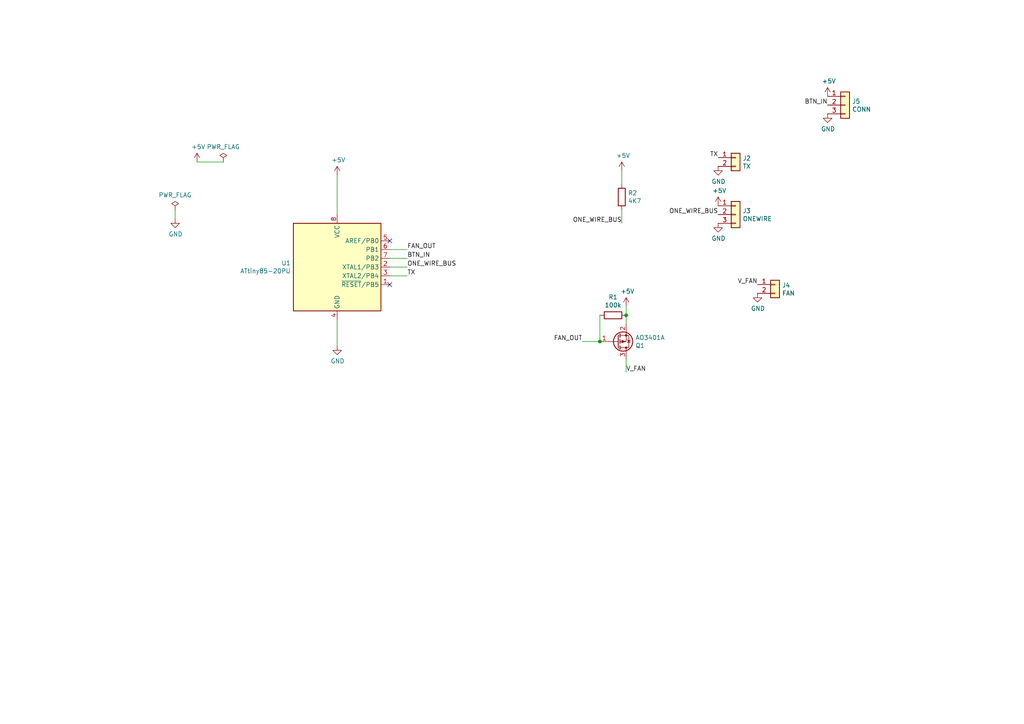
<source format=kicad_sch>
(kicad_sch (version 20211123) (generator eeschema)
  (paper "A4")
  (lib_symbols
    (symbol "Connector_Generic:Conn_01x02" (pin_names (offset 1.016) hide)
      (property "Reference" "J" (at 0 2.54 0))
      (property "Value" "Conn_01x02" (at 0 -5.08 0))
      (symbol "Conn_01x02_1_1"
        (rectangle (start -1.27 -2.413) (end 0 -2.667) (stroke (width 0.1524)))
        (rectangle (start -1.27 0.127) (end 0 -0.127) (stroke (width 0.1524)))
        (rectangle (start -1.27 1.27) (end 1.27 -3.81) (stroke (width 0.254)) (fill (type background)))
        (pin passive line (at -5.08 0 0) (length 3.81) (name "Pin_1") (number "1"))
        (pin passive line (at -5.08 -2.54 0) (length 3.81) (name "Pin_2") (number "2"))
      )
    )
    (symbol "Connector_Generic:Conn_01x03" (pin_names (offset 1.016) hide)
      (property "Reference" "J" (at 0 5.08 0))
      (property "Value" "Conn_01x03" (at 0 -5.08 0))
      (symbol "Conn_01x03_1_1"
        (rectangle (start -1.27 -2.413) (end 0 -2.667) (stroke (width 0.1524)))
        (rectangle (start -1.27 0.127) (end 0 -0.127) (stroke (width 0.1524)))
        (rectangle (start -1.27 2.667) (end 0 2.413) (stroke (width 0.1524)))
        (rectangle (start -1.27 3.81) (end 1.27 -3.81) (stroke (width 0.254)) (fill (type background)))
        (pin passive line (at -5.08 2.54 0) (length 3.81) (name "Pin_1") (number "1"))
        (pin passive line (at -5.08 0 0) (length 3.81) (name "Pin_2") (number "2"))
        (pin passive line (at -5.08 -2.54 0) (length 3.81) (name "Pin_3") (number "3"))
      )
    )
    (symbol "Device:R" (pin_numbers hide) (pin_names (offset 0))
      (property "Reference" "R" (at 2.032 0 90))
      (property "Value" "R" (at 0 0 90))
      (symbol "R_0_1"
        (rectangle (start -1.016 -2.54) (end 1.016 2.54) (stroke (width 0.254)))
      )
      (symbol "R_1_1"
        (pin passive line (at 0 3.81 270) (length 1.27) (name "~") (number "1"))
        (pin passive line (at 0 -3.81 90) (length 1.27) (name "~") (number "2"))
      )
    )
    (symbol "Transistor_FET:AO3401A" (pin_names hide)
      (property "Reference" "Q" (at 5.08 1.905 0))
      (property "Value" "AO3401A" (at 5.08 0 0))
      (symbol "AO3401A_0_1"
        (polyline (pts (xy 0.254 0) (xy -2.54 0)))
        (polyline (pts (xy 0.254 1.905) (xy 0.254 -1.905)) (stroke (width 0.254)))
        (polyline (pts (xy 0.762 -1.27) (xy 0.762 -2.286)) (stroke (width 0.254)))
        (polyline (pts (xy 0.762 0.508) (xy 0.762 -0.508)) (stroke (width 0.254)))
        (polyline (pts (xy 0.762 2.286) (xy 0.762 1.27)) (stroke (width 0.254)))
        (polyline (pts (xy 2.54 2.54) (xy 2.54 1.778)))
        (polyline (pts (xy 2.54 -2.54) (xy 2.54 0) (xy 0.762 0)))
        (polyline (pts (xy 0.762 1.778) (xy 3.302 1.778) (xy 3.302 -1.778) (xy 0.762 -1.778)))
        (polyline (pts (xy 2.286 0) (xy 1.27 0.381) (xy 1.27 -0.381) (xy 2.286 0)) (fill (type outline)))
        (polyline (pts (xy 2.794 -0.508) (xy 2.921 -0.381) (xy 3.683 -0.381) (xy 3.81 -0.254)))
        (polyline (pts (xy 3.302 -0.381) (xy 2.921 0.254) (xy 3.683 0.254) (xy 3.302 -0.381)))
        (circle (center 1.651 0) (radius 2.794) (stroke (width 0.254)))
        (circle (center 2.54 -1.778) (radius 0.254) (fill (type outline)))
        (circle (center 2.54 1.778) (radius 0.254) (fill (type outline)))
      )
      (symbol "AO3401A_1_1"
        (pin input line (at -5.08 0 0) (length 2.54) (name "G") (number "1"))
        (pin passive line (at 2.54 -5.08 90) (length 2.54) (name "S") (number "2"))
        (pin passive line (at 2.54 5.08 270) (length 2.54) (name "D") (number "3"))
      )
    )
    (symbol "attinyfan-rescue:ATtiny85-20PU-MCU_Microchip_ATtiny"
      (property "Reference" "U" (at -12.7 13.97 0))
      (property "Value" "ATtiny85-20PU-MCU_Microchip_ATtiny" (at 2.54 -13.97 0))
      (symbol "ATtiny85-20PU-MCU_Microchip_ATtiny_0_1"
        (rectangle (start -12.7 -12.7) (end 12.7 12.7) (stroke (width 0.254)) (fill (type background)))
      )
      (symbol "ATtiny85-20PU-MCU_Microchip_ATtiny_1_1"
        (pin bidirectional line (at 15.24 -5.08 180) (length 2.54) (name "~{RESET}/PB5") (number "1"))
        (pin bidirectional line (at 15.24 0 180) (length 2.54) (name "XTAL1/PB3") (number "2"))
        (pin bidirectional line (at 15.24 -2.54 180) (length 2.54) (name "XTAL2/PB4") (number "3"))
        (pin power_in line (at 0 -15.24 90) (length 2.54) (name "GND") (number "4"))
        (pin bidirectional line (at 15.24 7.62 180) (length 2.54) (name "AREF/PB0") (number "5"))
        (pin bidirectional line (at 15.24 5.08 180) (length 2.54) (name "PB1") (number "6"))
        (pin bidirectional line (at 15.24 2.54 180) (length 2.54) (name "PB2") (number "7"))
        (pin power_in line (at 0 15.24 270) (length 2.54) (name "VCC") (number "8"))
      )
    )
    (symbol "power:+5V" (power) (pin_names (offset 0))
      (property "Value" "+5V" (at 0 3.556 0))
      (symbol "+5V_0_1"
        (polyline (pts (xy -0.762 1.27) (xy 0 2.54)))
        (polyline (pts (xy 0 0) (xy 0 2.54)))
        (polyline (pts (xy 0 2.54) (xy 0.762 1.27)))
      )
      (symbol "+5V_1_1"
        (pin power_in line (at 0 0 90) (length 0) hide (name "+5V") (number "1"))
      )
    )
    (symbol "power:GND" (power) (pin_names (offset 0))
      (property "Value" "GND" (at 0 -3.81 0))
      (symbol "GND_0_1"
        (polyline (pts (xy 0 0) (xy 0 -1.27) (xy 1.27 -1.27) (xy 0 -2.54) (xy -1.27 -1.27) (xy 0 -1.27)))
      )
      (symbol "GND_1_1"
        (pin power_in line (at 0 0 270) (length 0) hide (name "GND") (number "1"))
      )
    )
    (symbol "power:PWR_FLAG" (power) (pin_numbers hide) (pin_names (offset 0) hide)
      (property "Value" "PWR_FLAG" (at 0 3.81 0))
      (symbol "PWR_FLAG_0_0"
        (pin power_out line (at 0 0 90) (length 0) (name "pwr") (number "1"))
      )
      (symbol "PWR_FLAG_0_1"
        (polyline (pts (xy 0 0) (xy 0 1.27) (xy -1.016 1.905) (xy 0 2.54) (xy 1.016 1.905) (xy 0 1.27)))
      )
    )
  )
  (junction (at 181.61 91.44))
  (junction (at 173.99 99.06))
  (no_connect (at 113.03 69.85))
  (no_connect (at 113.03 82.55))
  (wire (pts (xy 168.91 99.06) (xy 173.99 99.06)))
  (wire (pts (xy 113.03 72.39) (xy 118.11 72.39)))
  (wire (pts (xy 180.34 53.34) (xy 180.34 49.53)))
  (wire (pts (xy 113.03 77.47) (xy 118.11 77.47)))
  (wire (pts (xy 181.61 93.98) (xy 181.61 91.44)))
  (wire (pts (xy 118.11 80.01) (xy 113.03 80.01)))
  (wire (pts (xy 173.99 91.44) (xy 173.99 99.06)))
  (wire (pts (xy 97.79 100.33) (xy 97.79 92.71)))
  (wire (pts (xy 181.61 91.44) (xy 181.61 88.9)))
  (wire (pts (xy 57.15 46.99) (xy 64.77 46.99)))
  (wire (pts (xy 50.8 60.96) (xy 50.8 63.5)))
  (wire (pts (xy 180.34 64.77) (xy 180.34 60.96)))
  (wire (pts (xy 118.11 74.93) (xy 113.03 74.93)))
  (wire (pts (xy 181.61 104.14) (xy 181.61 107.95)))
  (wire (pts (xy 97.79 50.8) (xy 97.79 62.23)))
  (label "TX" (at 208.28 45.72 180))
  (label "V_FAN" (at 181.61 107.95 0))
  (label "FAN_OUT" (at 118.11 72.39 0))
  (label "ONE_WIRE_BUS" (at 208.28 62.23 180))
  (label "ONE_WIRE_BUS" (at 180.34 64.77 180))
  (label "BTN_IN" (at 118.11 74.93 0))
  (label "TX" (at 118.11 80.01 0))
  (label "ONE_WIRE_BUS" (at 118.11 77.47 0))
  (label "V_FAN" (at 219.71 82.55 180))
  (label "BTN_IN" (at 240.03 30.48 180))
  (label "FAN_OUT" (at 168.91 99.06 180))
  (symbol (lib_id "attinyfan-rescue:ATtiny85-20PU-MCU_Microchip_ATtiny") (at 97.79 77.47 0) (unit 1)
    (property "Reference" "U1" (at 84.3534 76.3016 0) (effects (justify right)))
    (property "Value" "ATtiny85-20PU" (at 84.3534 78.613 0) (effects (justify right)))
    (property "Footprint" "Package_DIP:DIP-8_W7.62mm" (effects hide))
    (property "Datasheet" "http://ww1.microchip.com/downloads/en/DeviceDoc/atmel-2586-avr-8-bit-microcontroller-attiny25-attiny45-attiny85_datasheet.pdf" (effects hide))
  )
  (symbol (lib_id "power:+5V") (at 97.79 50.8 0) (unit 1)
    (property "Reference" "#PWR02" (effects hide))
    (property "Value" "+5V" (at 98.171 46.4058 0))
  )
  (symbol (lib_id "power:GND") (at 97.79 100.33 0) (unit 1)
    (property "Reference" "#PWR03" (effects hide))
    (property "Value" "GND" (at 97.917 104.7242 0))
  )
  (symbol (lib_id "Connector_Generic:Conn_01x03") (at 213.36 62.23 0) (unit 1)
    (property "Reference" "J3" (at 215.392 61.1632 0) (effects (justify left)))
    (property "Value" "ONEWIRE" (at 215.392 63.4746 0) (effects (justify left)))
    (property "Footprint" "Connector_PinHeader_2.54mm:PinHeader_1x03_P2.54mm_Vertical" (effects hide))
  )
  (symbol (lib_id "power:PWR_FLAG") (at 64.77 46.99 0) (unit 1)
    (property "Reference" "#FLG01" (effects hide))
    (property "Value" "PWR_FLAG" (at 64.77 42.5958 0))
  )
  (symbol (lib_id "power:+5V") (at 57.15 46.99 0) (unit 1)
    (property "Reference" "#PWR01" (effects hide))
    (property "Value" "+5V" (at 57.531 42.5958 0))
  )
  (symbol (lib_id "Connector_Generic:Conn_01x02") (at 213.36 45.72 0) (unit 1)
    (property "Reference" "J2" (at 215.392 45.9232 0) (effects (justify left)))
    (property "Value" "TX" (at 215.392 48.2346 0) (effects (justify left)))
    (property "Footprint" "Connector_PinHeader_2.54mm:PinHeader_1x02_P2.54mm_Vertical" (effects hide))
  )
  (symbol (lib_id "power:GND") (at 208.28 48.26 0) (unit 1)
    (property "Reference" "#PWR07" (effects hide))
    (property "Value" "GND" (at 208.407 52.6542 0))
  )
  (symbol (lib_id "power:GND") (at 208.28 64.77 0) (unit 1)
    (property "Reference" "#PWR09" (effects hide))
    (property "Value" "GND" (at 208.407 69.1642 0))
  )
  (symbol (lib_id "power:+5V") (at 208.28 59.69 0) (unit 1)
    (property "Reference" "#PWR08" (effects hide))
    (property "Value" "+5V" (at 208.661 55.2958 0))
  )
  (symbol (lib_id "Device:R") (at 180.34 57.15 0) (unit 1)
    (property "Reference" "R2" (at 182.118 55.9816 0) (effects (justify left)))
    (property "Value" "4K7" (at 182.118 58.293 0) (effects (justify left)))
    (property "Footprint" "Resistor_SMD:R_0805_2012Metric" (effects hide))
  )
  (symbol (lib_id "power:+5V") (at 180.34 49.53 0) (unit 1)
    (property "Reference" "#PWR04" (effects hide))
    (property "Value" "+5V" (at 180.721 45.1358 0))
  )
  (symbol (lib_id "Transistor_FET:AO3401A") (at 179.07 99.06 0) (mirror x) (unit 1)
    (property "Reference" "Q1" (at 184.277 100.2284 0) (effects (justify left)))
    (property "Value" "AO3401A" (at 184.277 97.917 0) (effects (justify left)))
    (property "Footprint" "Package_TO_SOT_SMD:SOT-23" (effects hide))
    (property "Datasheet" "http://www.aosmd.com/pdfs/datasheet/AO3401A.pdf" (effects hide))
  )
  (symbol (lib_id "power:+5V") (at 181.61 88.9 0) (unit 1)
    (property "Reference" "#PWR05" (effects hide))
    (property "Value" "+5V" (at 181.991 84.5058 0))
  )
  (symbol (lib_id "Device:R") (at 177.8 91.44 270) (unit 1)
    (property "Reference" "R1" (at 177.8 86.1822 90))
    (property "Value" "100k" (at 177.8 88.4936 90))
    (property "Footprint" "Resistor_SMD:R_0805_2012Metric" (effects hide))
  )
  (symbol (lib_id "Connector_Generic:Conn_01x02") (at 224.79 82.55 0) (unit 1)
    (property "Reference" "J4" (at 226.822 82.7532 0) (effects (justify left)))
    (property "Value" "FAN" (at 226.822 85.0646 0) (effects (justify left)))
    (property "Footprint" "Connector_PinHeader_2.54mm:PinHeader_1x02_P2.54mm_Vertical" (effects hide))
  )
  (symbol (lib_id "power:GND") (at 219.71 85.09 0) (unit 1)
    (property "Reference" "#PWR010" (effects hide))
    (property "Value" "GND" (at 219.837 89.4842 0))
  )
  (symbol (lib_id "power:PWR_FLAG") (at 50.8 60.96 0) (unit 1)
    (property "Reference" "#FLG02" (effects hide))
    (property "Value" "PWR_FLAG" (at 50.8 56.5658 0))
  )
  (symbol (lib_id "power:GND") (at 50.8 63.5 0) (unit 1)
    (property "Reference" "#PWR011" (effects hide))
    (property "Value" "GND" (at 50.927 67.8942 0))
  )
  (symbol (lib_id "Connector_Generic:Conn_01x03") (at 245.11 30.48 0) (unit 1)
    (property "Reference" "J5" (at 247.142 29.4132 0) (effects (justify left)))
    (property "Value" "CONN" (at 247.142 31.7246 0) (effects (justify left)))
    (property "Footprint" "Connector_PinHeader_2.54mm:PinHeader_1x03_P2.54mm_Vertical" (effects hide))
  )
  (symbol (lib_id "power:GND") (at 240.03 33.02 0) (unit 1)
    (property "Reference" "#PWR013" (effects hide))
    (property "Value" "GND" (at 240.157 37.4142 0))
  )
  (symbol (lib_id "power:+5V") (at 240.03 27.94 0) (unit 1)
    (property "Reference" "#PWR012" (effects hide))
    (property "Value" "+5V" (at 240.411 23.5458 0))
  )
)
</source>
